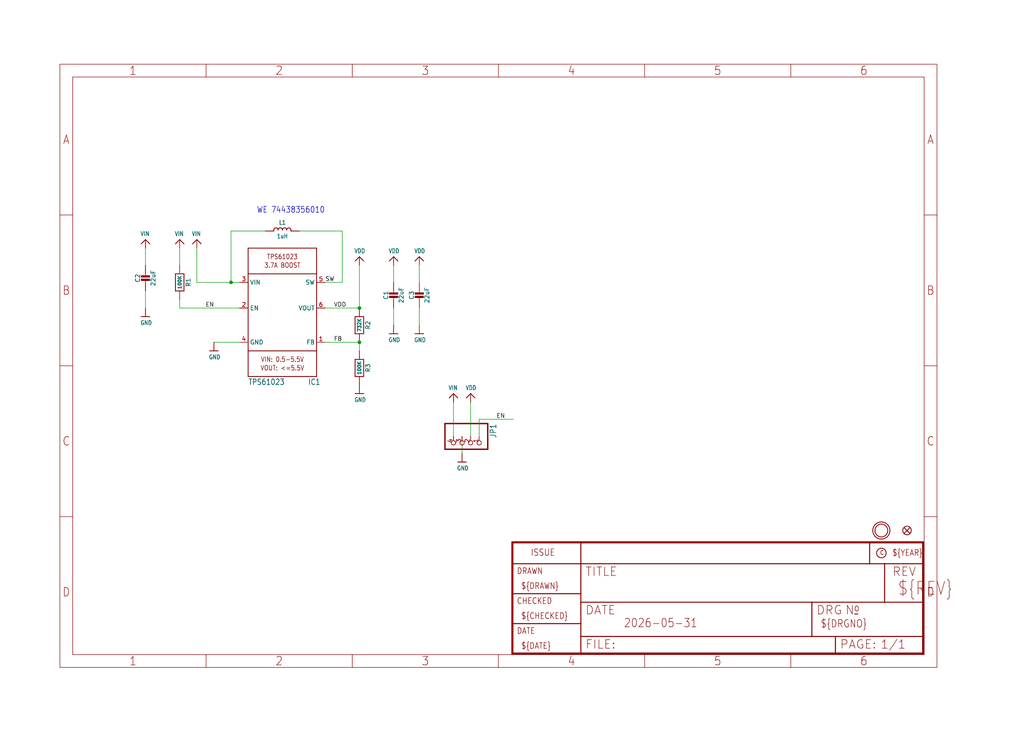
<source format=kicad_sch>
(kicad_sch (version 20231120) (generator "eeschema") (generator_version "8.0")
  (paper "User" 303.962 217.322)
  (lib_symbols
    (symbol "Adafruit TPS61023-eagle-import:CAP_CERAMIC0805-NOOUTLINE"
      (property "Reference" "C" (at -2.29 1.25 90))
      (symbol "CAP_CERAMIC0805-NOOUTLINE_1_0"
        (rectangle (start -1.27 0.508) (end 1.27 1.016) (fill (type outline)))
        (rectangle (start -1.27 1.524) (end 1.27 2.032) (fill (type outline)))
        (polyline (pts (xy 0 0.762) (xy 0 0)) (stroke (width 0.1524)))
        (polyline (pts (xy 0 2.54) (xy 0 1.778)) (stroke (width 0.1524)))
        (pin passive line (at 0 5.08 270) (length 2.54) (name "1") (number "1"))
        (pin passive line (at 0 -2.54 90) (length 2.54) (name "2") (number "2"))
      )
    )
    (symbol "Adafruit TPS61023-eagle-import:FIDUCIAL_1MM"
      (symbol "FIDUCIAL_1MM_1_0"
        (polyline (pts (xy -0.762 0.762) (xy 0.762 -0.762)) (stroke (width 0.254)))
        (polyline (pts (xy 0.762 0.762) (xy -0.762 -0.762)) (stroke (width 0.254)))
        (circle (center 0 0) (radius 1.27) (stroke (width 0.254)))
      )
    )
    (symbol "Adafruit TPS61023-eagle-import:FRAME_A4"
      (symbol "FRAME_A4_1_0"
        (polyline (pts (xy 0 44.7675) (xy 3.81 44.7675)))
        (polyline (pts (xy 0 89.535) (xy 3.81 89.535)))
        (polyline (pts (xy 0 134.3025) (xy 3.81 134.3025)))
        (polyline (pts (xy 3.81 3.81) (xy 3.81 175.26)))
        (polyline (pts (xy 43.3917 0) (xy 43.3917 3.81)))
        (polyline (pts (xy 43.3917 175.26) (xy 43.3917 179.07)))
        (polyline (pts (xy 86.7833 0) (xy 86.7833 3.81)))
        (polyline (pts (xy 86.7833 175.26) (xy 86.7833 179.07)))
        (polyline (pts (xy 130.175 0) (xy 130.175 3.81)))
        (polyline (pts (xy 130.175 175.26) (xy 130.175 179.07)))
        (polyline (pts (xy 173.5667 0) (xy 173.5667 3.81)))
        (polyline (pts (xy 173.5667 175.26) (xy 173.5667 179.07)))
        (polyline (pts (xy 216.9583 0) (xy 216.9583 3.81)))
        (polyline (pts (xy 216.9583 175.26) (xy 216.9583 179.07)))
        (polyline (pts (xy 256.54 3.81) (xy 3.81 3.81)))
        (polyline (pts (xy 256.54 3.81) (xy 256.54 8.89)) (stroke (width 0.1016)))
        (polyline (pts (xy 256.54 3.81) (xy 256.54 175.26)))
        (polyline (pts (xy 256.54 8.89) (xy 256.54 13.97)) (stroke (width 0.1016)))
        (polyline (pts (xy 256.54 13.97) (xy 256.54 19.05)) (stroke (width 0.1016)))
        (polyline (pts (xy 256.54 19.05) (xy 256.54 36.83)) (stroke (width 0.1016)))
        (polyline (pts (xy 256.54 44.7675) (xy 260.35 44.7675)))
        (polyline (pts (xy 256.54 89.535) (xy 260.35 89.535)))
        (polyline (pts (xy 256.54 134.3025) (xy 260.35 134.3025)))
        (polyline (pts (xy 256.54 175.26) (xy 3.81 175.26)))
        (polyline (pts (xy 0 0) (xy 260.35 0) (xy 260.35 179.07) (xy 0 179.07) (xy 0 0)))
        (text "1" (at 21.6958 1.905 0) (effects (font (size 2.54 2.286))))
        (text "1" (at 21.6958 177.165 0) (effects (font (size 2.54 2.286))))
        (text "2" (at 65.0875 1.905 0) (effects (font (size 2.54 2.286))))
        (text "2" (at 65.0875 177.165 0) (effects (font (size 2.54 2.286))))
        (text "3" (at 108.4792 1.905 0) (effects (font (size 2.54 2.286))))
        (text "3" (at 108.4792 177.165 0) (effects (font (size 2.54 2.286))))
        (text "4" (at 151.8708 1.905 0) (effects (font (size 2.54 2.286))))
        (text "4" (at 151.8708 177.165 0) (effects (font (size 2.54 2.286))))
        (text "5" (at 195.2625 1.905 0) (effects (font (size 2.54 2.286))))
        (text "5" (at 195.2625 177.165 0) (effects (font (size 2.54 2.286))))
        (text "6" (at 238.6542 1.905 0) (effects (font (size 2.54 2.286))))
        (text "6" (at 238.6542 177.165 0) (effects (font (size 2.54 2.286))))
        (text "A" (at 1.905 156.6863 0) (effects (font (size 2.54 2.286))))
        (text "A" (at 258.445 156.6863 0) (effects (font (size 2.54 2.286))))
        (text "B" (at 1.905 111.9188 0) (effects (font (size 2.54 2.286))))
        (text "B" (at 258.445 111.9188 0) (effects (font (size 2.54 2.286))))
        (text "C" (at 1.905 67.1513 0) (effects (font (size 2.54 2.286))))
        (text "C" (at 258.445 67.1513 0) (effects (font (size 2.54 2.286))))
        (text "D" (at 1.905 22.3838 0) (effects (font (size 2.54 2.286))))
        (text "D" (at 258.445 22.3838 0) (effects (font (size 2.54 2.286))))
      )
      (symbol "FRAME_A4_2_0"
        (polyline (pts (xy -0.3048 1.5748) (xy 20.0152 1.5748)) (stroke (width 0.6096)))
        (polyline (pts (xy -0.3048 10.4648) (xy -0.3048 1.5748)) (stroke (width 0.6096)))
        (polyline (pts (xy -0.3048 10.4648) (xy 20.0152 10.4648)) (stroke (width 0.3048)))
        (polyline (pts (xy -0.3048 19.3548) (xy -0.3048 10.4648)) (stroke (width 0.6096)))
        (polyline (pts (xy -0.3048 19.3548) (xy 20.0152 19.3548)) (stroke (width 0.3048)))
        (polyline (pts (xy -0.3048 28.2448) (xy -0.3048 19.3548)) (stroke (width 0.6096)))
        (polyline (pts (xy -0.3048 28.2448) (xy 20.0152 28.2448)) (stroke (width 0.3048)))
        (polyline (pts (xy -0.3048 34.5948) (xy -0.3048 28.2448)) (stroke (width 0.6096)))
        (polyline (pts (xy 20.0152 1.5748) (xy 20.0152 6.6548)) (stroke (width 0.3048)))
        (polyline (pts (xy 20.0152 1.5748) (xy 95.5802 1.5748)) (stroke (width 0.6096)))
        (polyline (pts (xy 20.0152 6.6548) (xy 20.0152 10.4648)) (stroke (width 0.3048)))
        (polyline (pts (xy 20.0152 6.6548) (xy 88.5952 6.6548)) (stroke (width 0.3048)))
        (polyline (pts (xy 20.0152 10.4648) (xy 20.0152 16.8148)) (stroke (width 0.3048)))
        (polyline (pts (xy 20.0152 16.8148) (xy 20.0152 19.3548)) (stroke (width 0.3048)))
        (polyline (pts (xy 20.0152 19.3548) (xy 20.0152 28.2448)) (stroke (width 0.3048)))
        (polyline (pts (xy 20.0152 28.2448) (xy 20.0152 34.5948)) (stroke (width 0.3048)))
        (polyline (pts (xy 20.0152 28.2448) (xy 105.7402 28.2448)) (stroke (width 0.3048)))
        (polyline (pts (xy 20.0152 34.5948) (xy -0.3048 34.5948)) (stroke (width 0.6096)))
        (polyline (pts (xy 88.5952 6.6548) (xy 95.5802 6.6548)) (stroke (width 0.3048)))
        (polyline (pts (xy 88.5952 16.8148) (xy 20.0152 16.8148)) (stroke (width 0.3048)))
        (polyline (pts (xy 88.5952 16.8148) (xy 88.5952 6.6548)) (stroke (width 0.3048)))
        (polyline (pts (xy 95.5802 1.5748) (xy 121.6152 1.5748)) (stroke (width 0.6096)))
        (polyline (pts (xy 95.5802 6.6548) (xy 95.5802 1.5748)) (stroke (width 0.3048)))
        (polyline (pts (xy 95.5802 6.6548) (xy 121.6152 6.6548)) (stroke (width 0.3048)))
        (polyline (pts (xy 101.2952 13.3223) (xy 102.2477 13.3223)) (stroke (width 0.254)))
        (polyline (pts (xy 105.7402 28.2448) (xy 105.7402 34.5948)) (stroke (width 0.3048)))
        (polyline (pts (xy 105.7402 28.2448) (xy 110.1852 28.2448)) (stroke (width 0.3048)))
        (polyline (pts (xy 105.7402 34.5948) (xy 20.0152 34.5948)) (stroke (width 0.6096)))
        (polyline (pts (xy 110.1852 16.8148) (xy 88.5952 16.8148)) (stroke (width 0.3048)))
        (polyline (pts (xy 110.1852 28.2448) (xy 110.1852 16.8148)) (stroke (width 0.3048)))
        (polyline (pts (xy 110.1852 28.2448) (xy 121.6152 28.2448)) (stroke (width 0.3048)))
        (polyline (pts (xy 121.6152 6.6548) (xy 121.6152 1.5748)) (stroke (width 0.6096)))
        (polyline (pts (xy 121.6152 16.8148) (xy 110.1852 16.8148)) (stroke (width 0.3048)))
        (polyline (pts (xy 121.6152 16.8148) (xy 121.6152 6.6548)) (stroke (width 0.6096)))
        (polyline (pts (xy 121.6152 28.2448) (xy 121.6152 16.8148)) (stroke (width 0.6096)))
        (polyline (pts (xy 121.6152 34.5948) (xy 105.7402 34.5948)) (stroke (width 0.6096)))
        (polyline (pts (xy 121.6152 34.5948) (xy 121.6152 28.2448)) (stroke (width 0.6096)))
        (circle (center 109.2327 31.4198) (radius 1.4199) (stroke (width 0.254)))
        (text "${#}/${##}" (at 108.9152 2.8448 0) (effects (font (size 2.54 2.54)) (justify left bottom)))
        (text "${CHECKED}" (at 2.2352 11.7348 0) (effects (font (size 1.778 1.5113)) (justify left bottom)))
        (text "${COMPANY}" (at 23.349 29.6735 0) (effects (font (size 3.175 2.6987) (thickness 0.5397) (bold yes)) (justify left bottom)))
        (text "${CURRENT_DATE}" (at 32.7152 9.1948 0) (effects (font (size 2.54 2.159)) (justify left bottom)))
        (text "${DATE}" (at 2.2352 2.8448 0) (effects (font (size 1.778 1.5113)) (justify left bottom)))
        (text "${DRAWN}" (at 2.2352 20.6248 0) (effects (font (size 1.778 1.5113)) (justify left bottom)))
        (text "${DRGNO}" (at 91.1352 9.1948 0) (effects (font (size 2.1844 1.8567)) (justify left bottom)))
        (text "${PROJECTNAME}" (at 33.0327 2.8448 0) (effects (font (size 2.54 2.159)) (justify left bottom)))
        (text "${REV}" (at 113.9952 18.7198 0) (effects (font (size 3.81 3.2385)) (justify left bottom)))
        (text "${YEAR}" (at 112.4077 30.4673 0) (effects (font (size 1.778 1.5113)) (justify left bottom)))
        (text "C" (at 108.7564 30.7848 0) (effects (font (size 1.27 1.0795)) (justify left bottom)))
        (text "CHECKED" (at 0.9652 16.1798 0) (effects (font (size 1.778 1.5113)) (justify left bottom)))
        (text "DATE" (at 0.9652 7.2898 0) (effects (font (size 1.778 1.5113)) (justify left bottom)))
        (text "DATE" (at 21.2852 13.0048 0) (effects (font (size 2.54 2.54)) (justify left bottom)))
        (text "DRAWN" (at 0.9652 25.0698 0) (effects (font (size 1.778 1.5113)) (justify left bottom)))
        (text "DRG" (at 89.8652 13.0048 0) (effects (font (size 2.54 2.54)) (justify left bottom)))
        (text "FILE:" (at 21.2852 2.8448 0) (effects (font (size 2.54 2.54)) (justify left bottom)))
        (text "ISSUE" (at 5.0927 30.4673 0) (effects (font (size 1.9304 1.6408)) (justify left bottom)))
        (text "N" (at 98.4377 13.0048 0) (effects (font (size 2.54 2.54)) (justify left bottom)))
        (text "o" (at 100.9777 13.9573 0) (effects (font (size 2.1844 1.8567)) (justify left bottom)))
        (text "PAGE:" (at 96.8502 2.8448 0) (effects (font (size 2.54 2.54)) (justify left bottom)))
        (text "REV" (at 112.4077 24.4348 0) (effects (font (size 2.54 2.54)) (justify left bottom)))
        (text "TITLE" (at 21.2852 24.4348 0) (effects (font (size 2.54 2.54)) (justify left bottom)))
      )
    )
    (symbol "Adafruit TPS61023-eagle-import:GND" (power)
      (symbol "GND_1_0"
        (polyline (pts (xy -1.27 0) (xy 1.27 0)) (stroke (width 0.254)))
        (pin power_in line (at 0 2.54 270) (length 2.54) (name "GND") (number "1"))
      )
    )
    (symbol "Adafruit TPS61023-eagle-import:HEADER-1X4ROUND"
      (property "Reference" "JP" (at -6.35 8.255 0))
      (symbol "HEADER-1X4ROUND_1_0"
        (polyline (pts (xy -6.35 -5.08) (xy 1.27 -5.08)) (stroke (width 0.4064)))
        (polyline (pts (xy -6.35 7.62) (xy -6.35 -5.08)) (stroke (width 0.4064)))
        (polyline (pts (xy 1.27 -5.08) (xy 1.27 7.62)) (stroke (width 0.4064)))
        (polyline (pts (xy 1.27 7.62) (xy -6.35 7.62)) (stroke (width 0.4064)))
        (pin passive inverted (at -2.54 5.08 0) (length 2.54) (name "1") (number "1"))
        (pin passive inverted (at -2.54 2.54 0) (length 2.54) (name "2") (number "2"))
        (pin passive inverted (at -2.54 0 0) (length 2.54) (name "3") (number "3"))
        (pin passive inverted (at -2.54 -2.54 0) (length 2.54) (name "4") (number "4"))
      )
    )
    (symbol "Adafruit TPS61023-eagle-import:INDUCTORTDK_VLC5045"
      (property "Reference" "L" (at 0 2.54 0))
      (symbol "INDUCTORTDK_VLC5045_1_0"
        (arc (start -1.27 0.3173) (mid -1.9049 0.9524) (end -2.54 0.3175) (stroke (width 0.254)))
        (polyline (pts (xy -2.54 0.3175) (xy -2.54 0)) (stroke (width 0.254)))
        (polyline (pts (xy 2.54 0.3175) (xy 2.54 0)) (stroke (width 0.254)))
        (arc (start 0 0.3173) (mid -0.6349 0.9524) (end -1.27 0.3175) (stroke (width 0.254)))
        (arc (start 1.27 0.3173) (mid 0.6351 0.9524) (end 0 0.3175) (stroke (width 0.254)))
        (arc (start 2.54 0.3173) (mid 1.9051 0.9524) (end 1.27 0.3175) (stroke (width 0.254)))
        (pin passive line (at -5.08 0 0) (length 2.54) (name "1") (number "P$1"))
        (pin passive line (at 5.08 0 180) (length 2.54) (name "2") (number "P$2"))
      )
    )
    (symbol "Adafruit TPS61023-eagle-import:MOUNTINGHOLE2.5"
      (symbol "MOUNTINGHOLE2.5_1_0"
        (circle (center 0 0) (radius 1.905) (stroke (width 0.254)))
        (circle (center 0 0) (radius 2.54) (stroke (width 0.254)))
      )
    )
    (symbol "Adafruit TPS61023-eagle-import:RESISTOR_0603_NOOUT"
      (property "Reference" "R" (at 0 2.54 0))
      (symbol "RESISTOR_0603_NOOUT_1_0"
        (polyline (pts (xy -2.54 -1.27) (xy -2.54 1.27)) (stroke (width 0.254)))
        (polyline (pts (xy -2.54 1.27) (xy 2.54 1.27)) (stroke (width 0.254)))
        (polyline (pts (xy 2.54 -1.27) (xy -2.54 -1.27)) (stroke (width 0.254)))
        (polyline (pts (xy 2.54 1.27) (xy 2.54 -1.27)) (stroke (width 0.254)))
        (pin passive line (at -5.08 0 0) (length 2.54) (name "1") (number "1"))
        (pin passive line (at 5.08 0 180) (length 2.54) (name "2") (number "2"))
      )
    )
    (symbol "Adafruit TPS61023-eagle-import:TPS61023"
      (property "Reference" "IC" (at -10.16 22.86 0))
      (symbol "TPS61023_1_0"
        (polyline (pts (xy -10.16 -17.78) (xy 10.16 -17.78)) (stroke (width 0.254)))
        (polyline (pts (xy -10.16 -10.16) (xy -10.16 -17.78)) (stroke (width 0.254)))
        (polyline (pts (xy -10.16 -10.16) (xy -10.16 12.7)) (stroke (width 0.254)))
        (polyline (pts (xy -10.16 12.7) (xy -10.16 20.32)) (stroke (width 0.254)))
        (polyline (pts (xy -10.16 12.7) (xy 10.16 12.7)) (stroke (width 0.254)))
        (polyline (pts (xy -10.16 20.32) (xy 10.16 20.32)) (stroke (width 0.254)))
        (polyline (pts (xy 10.16 -17.78) (xy 10.16 -10.16)) (stroke (width 0.254)))
        (polyline (pts (xy 10.16 -10.16) (xy -10.16 -10.16)) (stroke (width 0.254)))
        (polyline (pts (xy 10.16 12.7) (xy 10.16 -10.16)) (stroke (width 0.254)))
        (polyline (pts (xy 10.16 20.32) (xy 10.16 12.7)) (stroke (width 0.254)))
        (text "3.7A BOOST" (at 0 15.24 0) (effects (font (size 1.4224 1.209))))
        (text "TPS61023" (at 0 17.78 0) (effects (font (size 1.4224 1.209))))
        (text "VIN: 0.5-5.5V" (at 0 -12.7 0) (effects (font (size 1.4224 1.209))))
        (text "VOUT: <=5.5V" (at 0 -15.24 0) (effects (font (size 1.4224 1.209))))
        (pin input line (at 12.7 -7.62 180) (length 2.54) (name "FB") (number "1"))
        (pin input line (at -12.7 2.54 0) (length 2.54) (name "EN") (number "2"))
        (pin power_in line (at -12.7 10.16 0) (length 2.54) (name "VIN") (number "3"))
        (pin power_in line (at -12.7 -7.62 0) (length 2.54) (name "GND") (number "4"))
        (pin input line (at 12.7 10.16 180) (length 2.54) (name "SW") (number "5"))
        (pin power_in line (at 12.7 2.54 180) (length 2.54) (name "VOUT") (number "6"))
      )
    )
    (symbol "Adafruit TPS61023-eagle-import:VDD" (power)
      (symbol "VDD_1_0"
        (polyline (pts (xy -1.27 -1.27) (xy 0 0)) (stroke (width 0.254)))
        (polyline (pts (xy 0 0) (xy 1.27 -1.27)) (stroke (width 0.254)))
        (pin power_in line (at 0 -2.54 90) (length 2.54) (name "VDD") (number "1"))
      )
    )
    (symbol "Adafruit TPS61023-eagle-import:VIN" (power)
      (symbol "VIN_1_0"
        (polyline (pts (xy -1.27 -1.27) (xy 0 0)) (stroke (width 0.254)))
        (polyline (pts (xy 0 0) (xy 1.27 -1.27)) (stroke (width 0.254)))
        (pin power_in line (at 0 -2.54 90) (length 2.54) (name "VIN") (number "1"))
      )
    )
  )
  (junction (at 106.68 91.44))
  (junction (at 106.68 101.6))
  (junction (at 68.58 83.82))
  (wire (pts (xy 152.4 124.46) (xy 142.24 124.46)) (stroke (width 0.1524)))
  (wire (pts (xy 106.68 78.74) (xy 106.68 91.44)) (stroke (width 0.1524)))
  (wire (pts (xy 106.68 91.44) (xy 96.52 91.44)) (stroke (width 0.1524)))
  (wire (pts (xy 58.42 73.66) (xy 58.42 83.82)) (stroke (width 0.1524)))
  (wire (pts (xy 116.84 91.44) (xy 116.84 96.52)) (stroke (width 0.1524)))
  (wire (pts (xy 71.12 101.6) (xy 63.5 101.6)) (stroke (width 0.1524)))
  (wire (pts (xy 124.46 91.44) (xy 124.46 96.52)) (stroke (width 0.1524)))
  (wire (pts (xy 139.7 119.38) (xy 139.7 129.54)) (stroke (width 0.1524)))
  (wire (pts (xy 78.74 68.58) (xy 68.58 68.58)) (stroke (width 0.1524)))
  (wire (pts (xy 101.6 68.58) (xy 88.9 68.58)) (stroke (width 0.1524)))
  (wire (pts (xy 53.34 78.74) (xy 53.34 73.66)) (stroke (width 0.1524)))
  (wire (pts (xy 68.58 83.82) (xy 68.58 68.58)) (stroke (width 0.1524)))
  (wire (pts (xy 71.12 91.44) (xy 53.34 91.44)) (stroke (width 0.1524)))
  (wire (pts (xy 68.58 83.82) (xy 71.12 83.82)) (stroke (width 0.1524)))
  (wire (pts (xy 124.46 78.74) (xy 124.46 83.82)) (stroke (width 0.1524)))
  (wire (pts (xy 116.84 78.74) (xy 116.84 83.82)) (stroke (width 0.1524)))
  (wire (pts (xy 134.62 119.38) (xy 134.62 129.54)) (stroke (width 0.1524)))
  (wire (pts (xy 142.24 129.54) (xy 142.24 124.46)) (stroke (width 0.1524)))
  (wire (pts (xy 43.18 73.66) (xy 43.18 78.74)) (stroke (width 0.1524)))
  (wire (pts (xy 96.52 101.6) (xy 106.68 101.6)) (stroke (width 0.1524)))
  (wire (pts (xy 96.52 83.82) (xy 101.6 83.82)) (stroke (width 0.1524)))
  (wire (pts (xy 101.6 83.82) (xy 101.6 68.58)) (stroke (width 0.1524)))
  (wire (pts (xy 106.68 101.6) (xy 106.68 104.14)) (stroke (width 0.1524)))
  (wire (pts (xy 53.34 91.44) (xy 53.34 88.9)) (stroke (width 0.1524)))
  (wire (pts (xy 58.42 83.82) (xy 68.58 83.82)) (stroke (width 0.1524)))
  (wire (pts (xy 43.18 86.36) (xy 43.18 91.44)) (stroke (width 0.1524)))
  (wire (pts (xy 137.16 129.54) (xy 137.16 134.62)) (stroke (width 0.1524)))
  (text "WE 74438356010" (at 76.2 63.5 0) (effects (font (size 1.778 1.5113)) (justify left bottom)))
  (label "VDD" (at 99.06 91.44 0) (effects (font (size 1.2446 1.2446))))
  (label "FB" (at 99.06 101.6 0) (effects (font (size 1.2446 1.2446))))
  (label "SW" (at 96.52 83.82 0) (effects (font (size 1.2446 1.2446))))
  (label "EN" (at 60.96 91.44 0) (effects (font (size 1.2446 1.2446))))
  (label "EN" (at 147.32 124.46 0) (effects (font (size 1.2446 1.2446))))
  (symbol (lib_id "Adafruit TPS61023-eagle-import:CAP_CERAMIC0805-NOOUTLINE") (at 116.84 88.9 0) (unit 1)
    (property "Reference" "C1" (at 114.55 87.65 90))
    (property "Value" "22uF" (at 119.14 87.65 90))
    (property "Footprint" "Adafruit TPS61023:0805-NO" (effects (hide yes)))
  )
  (symbol (lib_id "Adafruit TPS61023-eagle-import:CAP_CERAMIC0805-NOOUTLINE") (at 124.46 88.9 0) (unit 1)
    (property "Reference" "C3" (at 122.17 87.65 90))
    (property "Value" "22uF" (at 126.76 87.65 90))
    (property "Footprint" "Adafruit TPS61023:0805-NO" (effects (hide yes)))
  )
  (symbol (lib_id "Adafruit TPS61023-eagle-import:GND") (at 43.18 93.98 0) (unit 1)
    (property "Reference" "#U$3" (effects (hide yes)))
    (property "Value" "GND" (at 41.656 96.52 0) (effects (font (size 1.27 1.0795)) (justify left bottom)))
  )
  (symbol (lib_id "Adafruit TPS61023-eagle-import:GND") (at 137.16 137.16 0) (unit 1)
    (property "Reference" "#U$8" (effects (hide yes)))
    (property "Value" "GND" (at 135.636 139.7 0) (effects (font (size 1.27 1.0795)) (justify left bottom)))
  )
  (symbol (lib_id "Adafruit TPS61023-eagle-import:GND") (at 116.84 99.06 0) (unit 1)
    (property "Reference" "#U$1" (effects (hide yes)))
    (property "Value" "GND" (at 115.316 101.6 0) (effects (font (size 1.27 1.0795)) (justify left bottom)))
  )
  (symbol (lib_id "Adafruit TPS61023-eagle-import:INDUCTORTDK_VLC5045") (at 83.82 68.58 0) (unit 1)
    (property "Reference" "L1" (at 83.82 66.04 0) (effects (font (size 1.27 1.0795))))
    (property "Value" "1uH" (at 83.82 70.12 0) (effects (font (size 1.27 1.0795))))
    (property "Footprint" "Adafruit TPS61023:INDUCTOR_5X5MM_TDK_VLC5045" (effects (hide yes)))
  )
  (symbol (lib_id "Adafruit TPS61023-eagle-import:VIN") (at 53.34 71.12 0) (unit 1)
    (property "Reference" "#U$12" (effects (hide yes)))
    (property "Value" "VIN" (at 51.816 70.104 0) (effects (font (size 1.27 1.0795)) (justify left bottom)))
  )
  (symbol (lib_id "Adafruit TPS61023-eagle-import:CAP_CERAMIC0805-NOOUTLINE") (at 43.18 83.82 0) (unit 1)
    (property "Reference" "C2" (at 40.89 82.57 90))
    (property "Value" "22uF" (at 45.48 82.57 90))
    (property "Footprint" "Adafruit TPS61023:0805-NO" (effects (hide yes)))
  )
  (symbol (lib_id "Adafruit TPS61023-eagle-import:FRAME_A4") (at 17.78 198.12 0) (unit 1)
    (property "Reference" "#FRAME1" (effects (hide yes)))
    (property "Value" "FRAME_A4" (effects (hide yes)))
  )
  (symbol (lib_id "Adafruit TPS61023-eagle-import:FIDUCIAL_1MM") (at 269.24 157.48 0) (unit 1)
    (property "Reference" "FID1" (effects (hide yes)))
    (property "Value" "FIDUCIAL_1MM" (effects (hide yes)))
    (property "Footprint" "Adafruit TPS61023:FIDUCIAL_1MM" (effects (hide yes)))
  )
  (symbol (lib_id "Adafruit TPS61023-eagle-import:VDD") (at 116.84 76.2 0) (unit 1)
    (property "Reference" "#U$2" (effects (hide yes)))
    (property "Value" "VDD" (at 115.316 75.184 0) (effects (font (size 1.27 1.0795)) (justify left bottom)))
  )
  (symbol (lib_id "Adafruit TPS61023-eagle-import:GND") (at 124.46 99.06 0) (unit 1)
    (property "Reference" "#U$17" (effects (hide yes)))
    (property "Value" "GND" (at 122.936 101.6 0) (effects (font (size 1.27 1.0795)) (justify left bottom)))
  )
  (symbol (lib_id "Adafruit TPS61023-eagle-import:RESISTOR_0603_NOOUT") (at 53.34 83.82 270) (unit 1)
    (property "Reference" "R1" (at 55.88 83.82 0))
    (property "Value" "100K" (at 53.34 83.82 0) (effects (font (size 1.016 1.016) (bold yes))))
    (property "Footprint" "Adafruit TPS61023:0603-NO" (effects (hide yes)))
  )
  (symbol (lib_id "Adafruit TPS61023-eagle-import:RESISTOR_0603_NOOUT") (at 106.68 96.52 270) (unit 1)
    (property "Reference" "R2" (at 109.22 96.52 0))
    (property "Value" "732K" (at 106.68 96.52 0) (effects (font (size 1.016 1.016) (bold yes))))
    (property "Footprint" "Adafruit TPS61023:0603-NO" (effects (hide yes)))
  )
  (symbol (lib_id "Adafruit TPS61023-eagle-import:MOUNTINGHOLE2.5") (at 261.62 157.48 0) (unit 1)
    (property "Reference" "U$9" (effects (hide yes)))
    (property "Value" "MOUNTINGHOLE2.5" (effects (hide yes)))
    (property "Footprint" "Adafruit TPS61023:MOUNTINGHOLE_2.5_PLATED" (effects (hide yes)))
  )
  (symbol (lib_id "Adafruit TPS61023-eagle-import:FRAME_A4") (at 152.4 195.58 0) (unit 2)
    (property "Reference" "#FRAME1" (effects (hide yes)))
    (property "Value" "FRAME_A4" (effects (hide yes)))
  )
  (symbol (lib_id "Adafruit TPS61023-eagle-import:VDD") (at 106.68 76.2 0) (unit 1)
    (property "Reference" "#U$15" (effects (hide yes)))
    (property "Value" "VDD" (at 105.156 75.184 0) (effects (font (size 1.27 1.0795)) (justify left bottom)))
  )
  (symbol (lib_id "Adafruit TPS61023-eagle-import:VIN") (at 134.62 116.84 0) (unit 1)
    (property "Reference" "#U$6" (effects (hide yes)))
    (property "Value" "VIN" (at 133.096 115.824 0) (effects (font (size 1.27 1.0795)) (justify left bottom)))
  )
  (symbol (lib_id "Adafruit TPS61023-eagle-import:HEADER-1X4ROUND") (at 137.16 132.08 270) (unit 1)
    (property "Reference" "JP1" (at 145.415 125.73 0) (effects (font (size 1.778 1.5113)) (justify left bottom)))
    (property "Value" "HEADER-1X4ROUND" (effects (hide yes)))
    (property "Footprint" "Adafruit TPS61023:1X04_ROUND" (effects (hide yes)))
  )
  (symbol (lib_id "Adafruit TPS61023-eagle-import:TPS61023") (at 83.82 93.98 0) (unit 1)
    (property "Reference" "IC1" (at 91.44 114.3 0) (effects (font (size 1.6764 1.4249)) (justify left bottom)))
    (property "Value" "TPS61023" (at 73.66 114.3 0) (effects (font (size 1.6764 1.4249)) (justify left bottom)))
    (property "Footprint" "Adafruit TPS61023:SOT563" (effects (hide yes)))
  )
  (symbol (lib_id "Adafruit TPS61023-eagle-import:RESISTOR_0603_NOOUT") (at 106.68 109.22 270) (unit 1)
    (property "Reference" "R3" (at 109.22 109.22 0))
    (property "Value" "100K" (at 106.68 109.22 0) (effects (font (size 1.016 1.016) (bold yes))))
    (property "Footprint" "Adafruit TPS61023:0603-NO" (effects (hide yes)))
  )
  (symbol (lib_id "Adafruit TPS61023-eagle-import:GND") (at 63.5 104.14 0) (unit 1)
    (property "Reference" "#U$13" (effects (hide yes)))
    (property "Value" "GND" (at 61.976 106.68 0) (effects (font (size 1.27 1.0795)) (justify left bottom)))
  )
  (symbol (lib_id "Adafruit TPS61023-eagle-import:VIN") (at 43.18 71.12 0) (unit 1)
    (property "Reference" "#U$4" (effects (hide yes)))
    (property "Value" "VIN" (at 41.656 70.104 0) (effects (font (size 1.27 1.0795)) (justify left bottom)))
  )
  (symbol (lib_id "Adafruit TPS61023-eagle-import:VDD") (at 139.7 116.84 0) (unit 1)
    (property "Reference" "#U$7" (effects (hide yes)))
    (property "Value" "VDD" (at 138.176 115.824 0) (effects (font (size 1.27 1.0795)) (justify left bottom)))
  )
  (symbol (lib_id "Adafruit TPS61023-eagle-import:VIN") (at 58.42 71.12 0) (unit 1)
    (property "Reference" "#U$14" (effects (hide yes)))
    (property "Value" "VIN" (at 56.896 70.104 0) (effects (font (size 1.27 1.0795)) (justify left bottom)))
  )
  (symbol (lib_id "Adafruit TPS61023-eagle-import:GND") (at 106.68 116.84 0) (unit 1)
    (property "Reference" "#U$5" (effects (hide yes)))
    (property "Value" "GND" (at 105.156 119.38 0) (effects (font (size 1.27 1.0795)) (justify left bottom)))
  )
  (symbol (lib_id "Adafruit TPS61023-eagle-import:VDD") (at 124.46 76.2 0) (unit 1)
    (property "Reference" "#U$16" (effects (hide yes)))
    (property "Value" "VDD" (at 122.936 75.184 0) (effects (font (size 1.27 1.0795)) (justify left bottom)))
  )
)
</source>
